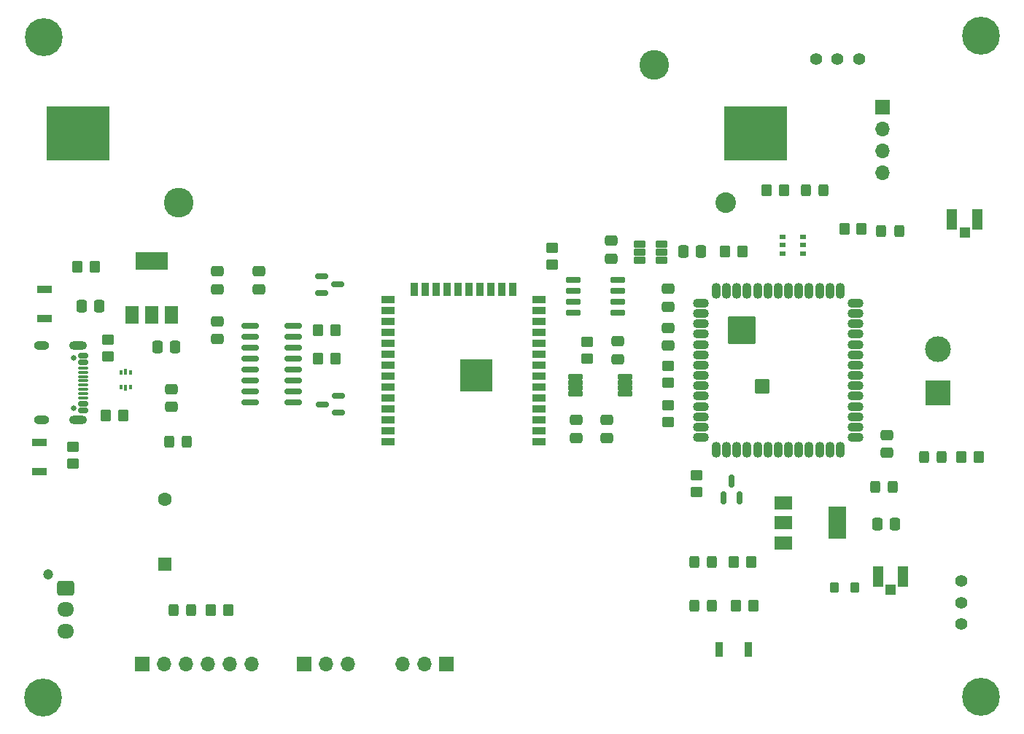
<source format=gbr>
%TF.GenerationSoftware,KiCad,Pcbnew,7.0.8*%
%TF.CreationDate,2024-04-21T21:21:44+03:00*%
%TF.ProjectId,esp32A9G,65737033-3241-4394-972e-6b696361645f,rev?*%
%TF.SameCoordinates,Original*%
%TF.FileFunction,Soldermask,Top*%
%TF.FilePolarity,Negative*%
%FSLAX46Y46*%
G04 Gerber Fmt 4.6, Leading zero omitted, Abs format (unit mm)*
G04 Created by KiCad (PCBNEW 7.0.8) date 2024-04-21 21:21:44*
%MOMM*%
%LPD*%
G01*
G04 APERTURE LIST*
G04 Aperture macros list*
%AMRoundRect*
0 Rectangle with rounded corners*
0 $1 Rounding radius*
0 $2 $3 $4 $5 $6 $7 $8 $9 X,Y pos of 4 corners*
0 Add a 4 corners polygon primitive as box body*
4,1,4,$2,$3,$4,$5,$6,$7,$8,$9,$2,$3,0*
0 Add four circle primitives for the rounded corners*
1,1,$1+$1,$2,$3*
1,1,$1+$1,$4,$5*
1,1,$1+$1,$6,$7*
1,1,$1+$1,$8,$9*
0 Add four rect primitives between the rounded corners*
20,1,$1+$1,$2,$3,$4,$5,0*
20,1,$1+$1,$4,$5,$6,$7,0*
20,1,$1+$1,$6,$7,$8,$9,0*
20,1,$1+$1,$8,$9,$2,$3,0*%
G04 Aperture macros list end*
%ADD10R,1.700000X1.700000*%
%ADD11O,1.700000X1.700000*%
%ADD12O,1.800000X1.000000*%
%ADD13O,2.100000X1.000000*%
%ADD14RoundRect,0.150000X-0.425000X0.150000X-0.425000X-0.150000X0.425000X-0.150000X0.425000X0.150000X0*%
%ADD15RoundRect,0.075000X-0.500000X0.075000X-0.500000X-0.075000X0.500000X-0.075000X0.500000X0.075000X0*%
%ADD16C,0.650000*%
%ADD17C,1.397000*%
%ADD18RoundRect,0.250000X-0.337500X-0.475000X0.337500X-0.475000X0.337500X0.475000X-0.337500X0.475000X0*%
%ADD19RoundRect,0.250000X-0.325000X-0.450000X0.325000X-0.450000X0.325000X0.450000X-0.325000X0.450000X0*%
%ADD20RoundRect,0.250000X0.475000X-0.337500X0.475000X0.337500X-0.475000X0.337500X-0.475000X-0.337500X0*%
%ADD21C,2.390000*%
%ADD22C,3.450000*%
%ADD23R,7.340000X6.350000*%
%ADD24RoundRect,0.250000X-0.475000X0.337500X-0.475000X-0.337500X0.475000X-0.337500X0.475000X0.337500X0*%
%ADD25RoundRect,0.250000X-0.350000X-0.450000X0.350000X-0.450000X0.350000X0.450000X-0.350000X0.450000X0*%
%ADD26R,0.900000X1.700000*%
%ADD27RoundRect,0.150000X-0.825000X-0.150000X0.825000X-0.150000X0.825000X0.150000X-0.825000X0.150000X0*%
%ADD28RoundRect,0.250000X0.450000X-0.350000X0.450000X0.350000X-0.450000X0.350000X-0.450000X-0.350000X0*%
%ADD29R,1.700000X0.900000*%
%ADD30RoundRect,0.250000X-0.450000X0.350000X-0.450000X-0.350000X0.450000X-0.350000X0.450000X0.350000X0*%
%ADD31C,0.700000*%
%ADD32C,4.400000*%
%ADD33RoundRect,0.250000X0.275000X0.350000X-0.275000X0.350000X-0.275000X-0.350000X0.275000X-0.350000X0*%
%ADD34C,1.200000*%
%ADD35RoundRect,0.250000X-0.725000X0.600000X-0.725000X-0.600000X0.725000X-0.600000X0.725000X0.600000X0*%
%ADD36O,1.950000X1.700000*%
%ADD37RoundRect,0.150000X0.587500X0.150000X-0.587500X0.150000X-0.587500X-0.150000X0.587500X-0.150000X0*%
%ADD38RoundRect,0.250000X0.350000X0.450000X-0.350000X0.450000X-0.350000X-0.450000X0.350000X-0.450000X0*%
%ADD39R,2.000000X1.500000*%
%ADD40R,2.000000X3.800000*%
%ADD41RoundRect,0.122000X0.760000X0.180000X-0.760000X0.180000X-0.760000X-0.180000X0.760000X-0.180000X0*%
%ADD42R,1.600000X1.600000*%
%ADD43C,1.600000*%
%ADD44RoundRect,0.150000X0.150000X-0.587500X0.150000X0.587500X-0.150000X0.587500X-0.150000X-0.587500X0*%
%ADD45RoundRect,0.250000X0.325000X0.450000X-0.325000X0.450000X-0.325000X-0.450000X0.325000X-0.450000X0*%
%ADD46RoundRect,0.150000X-0.587500X-0.150000X0.587500X-0.150000X0.587500X0.150000X-0.587500X0.150000X0*%
%ADD47RoundRect,0.102000X-0.500000X-0.525000X0.500000X-0.525000X0.500000X0.525000X-0.500000X0.525000X0*%
%ADD48RoundRect,0.102000X-0.525000X-1.100000X0.525000X-1.100000X0.525000X1.100000X-0.525000X1.100000X0*%
%ADD49RoundRect,0.422000X-0.480000X0.080000X-0.480000X-0.080000X0.480000X-0.080000X0.480000X0.080000X0*%
%ADD50RoundRect,0.422000X-0.080000X-0.480000X0.080000X-0.480000X0.080000X0.480000X-0.080000X0.480000X0*%
%ADD51RoundRect,0.422000X0.480000X-0.080000X0.480000X0.080000X-0.480000X0.080000X-0.480000X-0.080000X0*%
%ADD52RoundRect,0.102000X-1.500000X-1.500000X1.500000X-1.500000X1.500000X1.500000X-1.500000X1.500000X0*%
%ADD53RoundRect,0.102000X-0.750000X-0.750000X0.750000X-0.750000X0.750000X0.750000X-0.750000X0.750000X0*%
%ADD54R,3.000000X3.000000*%
%ADD55C,3.000000*%
%ADD56R,0.700000X0.510000*%
%ADD57R,1.500000X0.900000*%
%ADD58R,0.900000X1.500000*%
%ADD59C,0.600000*%
%ADD60R,3.800000X3.800000*%
%ADD61R,1.500000X2.000000*%
%ADD62R,3.800000X2.000000*%
%ADD63R,0.375000X0.500000*%
%ADD64R,0.300000X0.650000*%
%ADD65RoundRect,0.102000X0.605000X0.295000X-0.605000X0.295000X-0.605000X-0.295000X0.605000X-0.295000X0*%
%ADD66RoundRect,0.150000X-0.725000X-0.150000X0.725000X-0.150000X0.725000X0.150000X-0.725000X0.150000X0*%
G04 APERTURE END LIST*
D10*
%TO.C,J6*%
X64770000Y-119126000D03*
D11*
X67310000Y-119126000D03*
X69850000Y-119126000D03*
X72390000Y-119126000D03*
X74930000Y-119126000D03*
X77470000Y-119126000D03*
%TD*%
D12*
%TO.C,J1*%
X53123000Y-90822000D03*
D13*
X57303000Y-90822000D03*
D12*
X53123000Y-82182000D03*
D13*
X57303000Y-82182000D03*
D14*
X57878000Y-83302000D03*
X57878000Y-84102000D03*
D15*
X57878000Y-84752000D03*
X57878000Y-85752000D03*
X57878000Y-87252000D03*
X57878000Y-88252000D03*
D14*
X57878000Y-88902000D03*
X57878000Y-89702000D03*
X57878000Y-89702000D03*
X57878000Y-88902000D03*
D15*
X57878000Y-87752000D03*
X57878000Y-86752000D03*
X57878000Y-86252000D03*
X57878000Y-85252000D03*
D14*
X57878000Y-84102000D03*
X57878000Y-83302000D03*
D16*
X56803000Y-89392000D03*
X56803000Y-83612000D03*
%TD*%
D17*
%TO.C,SW4*%
X159810000Y-109500000D03*
X159810000Y-112000000D03*
X159810000Y-114500000D03*
%TD*%
%TO.C,SW3*%
X143000000Y-48870000D03*
X145500000Y-48870000D03*
X148000000Y-48870000D03*
%TD*%
D18*
%TO.C,C12*%
X57732500Y-77612000D03*
X59807500Y-77612000D03*
%TD*%
D19*
%TO.C,D4*%
X155535000Y-95138000D03*
X157585000Y-95138000D03*
%TD*%
D20*
%TO.C,C18*%
X125826000Y-77633500D03*
X125826000Y-75558500D03*
%TD*%
D21*
%TO.C,BT1*%
X132546000Y-65546000D03*
D22*
X124216000Y-49546000D03*
X69016000Y-65546000D03*
D23*
X135946000Y-57546000D03*
X57286000Y-57546000D03*
%TD*%
D24*
%TO.C,C14*%
X119984000Y-81654500D03*
X119984000Y-83729500D03*
%TD*%
D25*
%TO.C,R7*%
X72740000Y-112918000D03*
X74740000Y-112918000D03*
%TD*%
D19*
%TO.C,D2*%
X149860000Y-98552000D03*
X151910000Y-98552000D03*
%TD*%
D26*
%TO.C,SW5*%
X131746000Y-117490000D03*
X135146000Y-117490000D03*
%TD*%
D27*
%TO.C,U4*%
X77312000Y-79898000D03*
X77312000Y-81168000D03*
X77312000Y-82438000D03*
X77312000Y-83708000D03*
X77312000Y-84978000D03*
X77312000Y-86248000D03*
X77312000Y-87518000D03*
X77312000Y-88788000D03*
X82262000Y-88788000D03*
X82262000Y-87518000D03*
X82262000Y-86248000D03*
X82262000Y-84978000D03*
X82262000Y-83708000D03*
X82262000Y-82438000D03*
X82262000Y-81168000D03*
X82262000Y-79898000D03*
%TD*%
D24*
%TO.C,C17*%
X125826000Y-80109000D03*
X125826000Y-82184000D03*
%TD*%
D28*
%TO.C,R18*%
X125826000Y-86486000D03*
X125826000Y-84486000D03*
%TD*%
D24*
%TO.C,C15*%
X119222000Y-69970500D03*
X119222000Y-72045500D03*
%TD*%
D29*
%TO.C,SW2*%
X53436000Y-75658000D03*
X53436000Y-79058000D03*
%TD*%
D20*
%TO.C,C11*%
X151226000Y-94630000D03*
X151226000Y-92555000D03*
%TD*%
D30*
%TO.C,R12*%
X116428000Y-81692000D03*
X116428000Y-83692000D03*
%TD*%
D31*
%TO.C,H1*%
X160463274Y-46203274D03*
X160946548Y-45036548D03*
X160946548Y-47370000D03*
X162113274Y-44553274D03*
D32*
X162113274Y-46203274D03*
D31*
X162113274Y-47853274D03*
X163280000Y-45036548D03*
X163280000Y-47370000D03*
X163763274Y-46203274D03*
%TD*%
D33*
%TO.C,L1*%
X147454000Y-110236000D03*
X145154000Y-110236000D03*
%TD*%
D28*
%TO.C,R11*%
X112364000Y-72770000D03*
X112364000Y-70770000D03*
%TD*%
D34*
%TO.C,J11*%
X53848000Y-108712000D03*
D35*
X55848000Y-110312000D03*
D36*
X55848000Y-112812000D03*
X55848000Y-115312000D03*
%TD*%
D37*
%TO.C,Q2*%
X87569000Y-89926000D03*
X87569000Y-88026000D03*
X85694000Y-88976000D03*
%TD*%
D19*
%TO.C,D3*%
X68404000Y-112918000D03*
X70454000Y-112918000D03*
%TD*%
D20*
%TO.C,C9*%
X73502000Y-81422000D03*
X73502000Y-79347000D03*
%TD*%
D38*
%TO.C,R6*%
X87218000Y-80406000D03*
X85218000Y-80406000D03*
%TD*%
D25*
%TO.C,R14*%
X137258000Y-64120000D03*
X139258000Y-64120000D03*
%TD*%
D10*
%TO.C,J5*%
X150718000Y-54498000D03*
D11*
X150718000Y-57038000D03*
X150718000Y-59578000D03*
X150718000Y-62118000D03*
%TD*%
D18*
%TO.C,C16*%
X127582500Y-71262000D03*
X129657500Y-71262000D03*
%TD*%
D39*
%TO.C,U11*%
X139186000Y-100458000D03*
X139186000Y-102758000D03*
D40*
X145486000Y-102758000D03*
D39*
X139186000Y-105058000D03*
%TD*%
D29*
%TO.C,SW1*%
X52832000Y-93438000D03*
X52832000Y-96838000D03*
%TD*%
D25*
%TO.C,R15*%
X132430000Y-71262000D03*
X134430000Y-71262000D03*
%TD*%
%TO.C,R10*%
X57262000Y-73040000D03*
X59262000Y-73040000D03*
%TD*%
D24*
%TO.C,C5*%
X118714000Y-90820000D03*
X118714000Y-92895000D03*
%TD*%
D41*
%TO.C,Q3*%
X120832000Y-87731000D03*
X120832000Y-87081000D03*
X120832000Y-86431000D03*
X120832000Y-85781000D03*
X115072000Y-85781000D03*
X115072000Y-86431000D03*
X115072000Y-87081000D03*
X115072000Y-87731000D03*
%TD*%
D24*
%TO.C,C13*%
X73502000Y-73548000D03*
X73502000Y-75623000D03*
%TD*%
D42*
%TO.C,BZ1*%
X67406000Y-107574000D03*
D43*
X67406000Y-99974000D03*
%TD*%
D31*
%TO.C,H2*%
X163796726Y-122936726D03*
X163313452Y-124103452D03*
X163313452Y-121770000D03*
X162146726Y-124586726D03*
D32*
X162146726Y-122936726D03*
D31*
X162146726Y-121286726D03*
X160980000Y-124103452D03*
X160980000Y-121770000D03*
X160496726Y-122936726D03*
%TD*%
D44*
%TO.C,Q4*%
X132242000Y-99807000D03*
X134142000Y-99807000D03*
X133192000Y-97932000D03*
%TD*%
D31*
%TO.C,H3*%
X54943274Y-123046726D03*
X54460000Y-124213452D03*
X54460000Y-121880000D03*
X53293274Y-124696726D03*
D32*
X53293274Y-123046726D03*
D31*
X53293274Y-121396726D03*
X52126548Y-124213452D03*
X52126548Y-121880000D03*
X51643274Y-123046726D03*
%TD*%
D10*
%TO.C,J7*%
X83581000Y-119126000D03*
D11*
X86121000Y-119126000D03*
X88661000Y-119126000D03*
%TD*%
D19*
%TO.C,D9*%
X67905000Y-93360000D03*
X69955000Y-93360000D03*
%TD*%
D45*
%TO.C,D8*%
X130899000Y-107330000D03*
X128849000Y-107330000D03*
%TD*%
D46*
%TO.C,Q1*%
X85597000Y-74122000D03*
X85597000Y-76022000D03*
X87472000Y-75072000D03*
%TD*%
D38*
%TO.C,R20*%
X135446000Y-107330000D03*
X133446000Y-107330000D03*
%TD*%
D47*
%TO.C,J3*%
X151638000Y-110490000D03*
D48*
X150163000Y-108965000D03*
X153113000Y-108965000D03*
%TD*%
D24*
%TO.C,C4*%
X115158000Y-90820000D03*
X115158000Y-92895000D03*
%TD*%
D25*
%TO.C,R13*%
X146277000Y-68646000D03*
X148277000Y-68646000D03*
%TD*%
D38*
%TO.C,R5*%
X87202000Y-83708000D03*
X85202000Y-83708000D03*
%TD*%
D49*
%TO.C,U5*%
X129596000Y-77234000D03*
X129596000Y-78434000D03*
X129596000Y-79634000D03*
X129596000Y-80834000D03*
X129596000Y-82034000D03*
X129596000Y-83234000D03*
X129596000Y-84434000D03*
X129596000Y-85634000D03*
X129596000Y-86834000D03*
X129596000Y-88034000D03*
X129596000Y-89234000D03*
X129596000Y-90434000D03*
X129596000Y-91634000D03*
X129596000Y-92834000D03*
D50*
X131396000Y-94234000D03*
X132596000Y-94234000D03*
X133796000Y-94234000D03*
X134996000Y-94234000D03*
X136196000Y-94234000D03*
X137396000Y-94234000D03*
X138596000Y-94234000D03*
X139796000Y-94234000D03*
X140996000Y-94234000D03*
X142196000Y-94234000D03*
X143396000Y-94234000D03*
X144596000Y-94234000D03*
X145796000Y-94234000D03*
D51*
X147596000Y-92834000D03*
X147596000Y-91634000D03*
X147596000Y-90434000D03*
X147596000Y-89234000D03*
X147596000Y-88034000D03*
X147596000Y-86834000D03*
X147596000Y-85634000D03*
X147596000Y-84434000D03*
X147596000Y-83234000D03*
X147596000Y-82034000D03*
X147596000Y-80834000D03*
X147596000Y-79634000D03*
X147596000Y-78434000D03*
X147596000Y-77234000D03*
D50*
X145796000Y-75834000D03*
X144596000Y-75834000D03*
X143396000Y-75834000D03*
X142196000Y-75834000D03*
X140996000Y-75834000D03*
X139796000Y-75834000D03*
X138596000Y-75834000D03*
X137396000Y-75834000D03*
X136196000Y-75834000D03*
X134996000Y-75834000D03*
X133796000Y-75834000D03*
X132596000Y-75834000D03*
X131396000Y-75834000D03*
D52*
X134396000Y-80334000D03*
D53*
X136696000Y-86934000D03*
%TD*%
D45*
%TO.C,D7*%
X130915000Y-112410000D03*
X128865000Y-112410000D03*
%TD*%
D28*
%TO.C,R16*%
X129128000Y-99186000D03*
X129128000Y-97186000D03*
%TD*%
D54*
%TO.C,J4*%
X157140000Y-87690000D03*
D55*
X157140000Y-82610000D03*
%TD*%
D56*
%TO.C,D1*%
X139144000Y-69550000D03*
X139144000Y-70500000D03*
X139144000Y-71450000D03*
X141464000Y-71450000D03*
X141464000Y-70500000D03*
X141464000Y-69550000D03*
%TD*%
D31*
%TO.C,H4*%
X51710000Y-46300000D03*
X52193274Y-45133274D03*
X52193274Y-47466726D03*
X53360000Y-44650000D03*
D32*
X53360000Y-46300000D03*
D31*
X53360000Y-47950000D03*
X54526726Y-45133274D03*
X54526726Y-47466726D03*
X55010000Y-46300000D03*
%TD*%
D10*
%TO.C,J8*%
X100076000Y-119126000D03*
D11*
X97536000Y-119126000D03*
X94996000Y-119126000D03*
%TD*%
D25*
%TO.C,R8*%
X159878000Y-95138000D03*
X161878000Y-95138000D03*
%TD*%
D24*
%TO.C,C1*%
X68168000Y-87199500D03*
X68168000Y-89274500D03*
%TD*%
D57*
%TO.C,U1*%
X110840000Y-93360000D03*
X110840000Y-92090000D03*
X110840000Y-90820000D03*
X110840000Y-89550000D03*
X110840000Y-88280000D03*
X110840000Y-87010000D03*
X110840000Y-85740000D03*
X110840000Y-84470000D03*
X110840000Y-83200000D03*
X110840000Y-81930000D03*
X110840000Y-80660000D03*
X110840000Y-79390000D03*
X110840000Y-78120000D03*
X110840000Y-76850000D03*
D58*
X107800000Y-75600000D03*
X106530000Y-75600000D03*
X105260000Y-75600000D03*
X103990000Y-75600000D03*
X102720000Y-75600000D03*
X101450000Y-75600000D03*
X100180000Y-75600000D03*
X98910000Y-75600000D03*
X97640000Y-75600000D03*
X96370000Y-75600000D03*
D57*
X93340000Y-76850000D03*
X93340000Y-78120000D03*
X93340000Y-79390000D03*
X93340000Y-80660000D03*
X93340000Y-81930000D03*
X93340000Y-83200000D03*
X93340000Y-84470000D03*
X93340000Y-85740000D03*
X93340000Y-87010000D03*
X93340000Y-88280000D03*
X93340000Y-89550000D03*
X93340000Y-90820000D03*
X93340000Y-92090000D03*
X93340000Y-93360000D03*
D59*
X104990000Y-86340000D03*
X104990000Y-84940000D03*
X104290000Y-87040000D03*
X104290000Y-85640000D03*
X104290000Y-84240000D03*
X103615000Y-86340000D03*
X103615000Y-84940000D03*
D60*
X103590000Y-85640000D03*
D59*
X102890000Y-87040000D03*
X102890000Y-85640000D03*
X102890000Y-84240000D03*
X102190000Y-86340000D03*
X102190000Y-84940000D03*
%TD*%
D61*
%TO.C,U8*%
X63596000Y-78628000D03*
X65896000Y-78628000D03*
D62*
X65896000Y-72328000D03*
D61*
X68196000Y-78628000D03*
%TD*%
D19*
%TO.C,D5*%
X150570000Y-68900000D03*
X152620000Y-68900000D03*
%TD*%
D25*
%TO.C,R1*%
X60564000Y-90312000D03*
X62564000Y-90312000D03*
%TD*%
D28*
%TO.C,R9*%
X56738000Y-95900000D03*
X56738000Y-93900000D03*
%TD*%
D38*
%TO.C,R19*%
X135700000Y-112410000D03*
X133700000Y-112410000D03*
%TD*%
D24*
%TO.C,C8*%
X78328000Y-73526500D03*
X78328000Y-75601500D03*
%TD*%
D63*
%TO.C,U2*%
X62326000Y-87010000D03*
D64*
X62863500Y-87085000D03*
D63*
X63401000Y-87010000D03*
X63401000Y-85310000D03*
D64*
X62863500Y-85235000D03*
D63*
X62326000Y-85310000D03*
%TD*%
D18*
%TO.C,C10*%
X150092500Y-102870000D03*
X152167500Y-102870000D03*
%TD*%
D65*
%TO.C,U10*%
X125064000Y-72278000D03*
X125064000Y-71328000D03*
X125064000Y-70378000D03*
X122554000Y-70378000D03*
X122554000Y-71328000D03*
X122554000Y-72278000D03*
%TD*%
D47*
%TO.C,J2*%
X160240000Y-69065000D03*
D48*
X158765000Y-67540000D03*
X161715000Y-67540000D03*
%TD*%
D28*
%TO.C,R2*%
X60802000Y-83438000D03*
X60802000Y-81438000D03*
%TD*%
D30*
%TO.C,R17*%
X125826000Y-89058000D03*
X125826000Y-91058000D03*
%TD*%
D66*
%TO.C,U9*%
X114834000Y-74564000D03*
X114834000Y-75834000D03*
X114834000Y-77104000D03*
X114834000Y-78374000D03*
X119984000Y-78374000D03*
X119984000Y-77104000D03*
X119984000Y-75834000D03*
X119984000Y-74564000D03*
%TD*%
D19*
%TO.C,D6*%
X141830000Y-64120000D03*
X143880000Y-64120000D03*
%TD*%
D18*
%TO.C,C3*%
X66526500Y-82296000D03*
X68601500Y-82296000D03*
%TD*%
M02*

</source>
